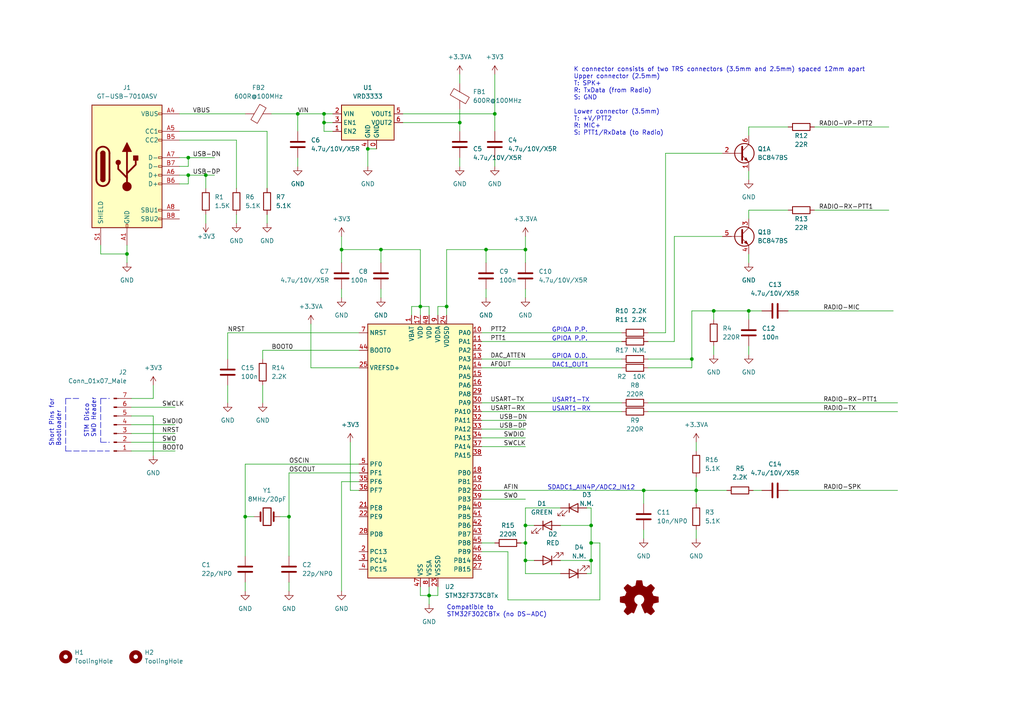
<source format=kicad_sch>
(kicad_sch (version 20231120) (generator "eeschema") (generator_version "8.0")
  (paper "A4")
  (title_block (title "All-In-One-Cable (AIOC)") (rev "1.0"))
  (lib_symbols
    (symbol "Connector:Conn_01x07_Male" (pin_names (offset 1.016) hide)
      (property "Reference" "J" (at 0 10.16 0))
      (property "Value" "Conn_01x07_Male" (at 0 -10.16 0))
      (symbol "Conn_01x07_Male_1_1"
        (pin passive line (at 5.08 7.62 180) (length 3.81) (name "Pin_1") (number "1"))
        (pin passive line (at 5.08 5.08 180) (length 3.81) (name "Pin_2") (number "2"))
        (pin passive line (at 5.08 2.54 180) (length 3.81) (name "Pin_3") (number "3"))
        (pin passive line (at 5.08 0 180) (length 3.81) (name "Pin_4") (number "4"))
        (pin passive line (at 5.08 -2.54 180) (length 3.81) (name "Pin_5") (number "5"))
        (pin passive line (at 5.08 -5.08 180) (length 3.81) (name "Pin_6") (number "6"))
        (pin passive line (at 5.08 -7.62 180) (length 3.81) (name "Pin_7") (number "7"))
      )
    )
    (symbol "Connector:USB_C_Receptacle_USB2.0" (pin_names (offset 1.016))
      (property "Reference" "J" (at -10.16 19.05 0))
      (property "Value" "USB_C_Receptacle_USB2.0" (at 19.05 19.05 0))
      (symbol "USB_C_Receptacle_USB2.0_1_1"
        (pin passive line (at 0 -22.86 90) (length 5.08) (name "GND") (number "A1"))
        (pin passive line (at 0 -22.86 90) (length 5.08) hide (name "GND") (number "A12"))
        (pin passive line (at 15.24 15.24 180) (length 5.08) (name "VBUS") (number "A4"))
        (pin bidirectional line (at 15.24 10.16 180) (length 5.08) (name "CC1") (number "A5"))
        (pin bidirectional line (at 15.24 -2.54 180) (length 5.08) (name "D+") (number "A6"))
        (pin bidirectional line (at 15.24 2.54 180) (length 5.08) (name "D-") (number "A7"))
        (pin bidirectional line (at 15.24 -12.7 180) (length 5.08) (name "SBU1") (number "A8"))
        (pin passive line (at 15.24 15.24 180) (length 5.08) hide (name "VBUS") (number "A9"))
        (pin passive line (at 0 -22.86 90) (length 5.08) hide (name "GND") (number "B1"))
        (pin passive line (at 0 -22.86 90) (length 5.08) hide (name "GND") (number "B12"))
        (pin passive line (at 15.24 15.24 180) (length 5.08) hide (name "VBUS") (number "B4"))
        (pin bidirectional line (at 15.24 7.62 180) (length 5.08) (name "CC2") (number "B5"))
        (pin bidirectional line (at 15.24 -5.08 180) (length 5.08) (name "D+") (number "B6"))
        (pin bidirectional line (at 15.24 0 180) (length 5.08) (name "D-") (number "B7"))
        (pin bidirectional line (at 15.24 -15.24 180) (length 5.08) (name "SBU2") (number "B8"))
        (pin passive line (at 15.24 15.24 180) (length 5.08) hide (name "VBUS") (number "B9"))
        (pin passive line (at -7.62 -22.86 90) (length 5.08) (name "SHIELD") (number "S1"))
      )
    )
    (symbol "DH2LM-Sym:VRD3333"
      (property "Reference" "U1" (at 0 10.16 0))
      (property "Value" "VRD3333" (at 0 7.62 0))
      (symbol "VRD3333_1_1"
        (pin power_in line (at 2.54 -7.62 90) (length 2.54) (name "GND") (number "0"))
        (pin input line (at -10.16 -2.54 0) (length 2.54) (name "EN2") (number "1"))
        (pin power_in line (at -10.16 2.54 0) (length 2.54) (name "VIN") (number "2"))
        (pin input line (at -10.16 0 0) (length 2.54) (name "EN1") (number "3"))
        (pin power_in line (at 0 -7.62 90) (length 2.54) (name "GND") (number "4"))
        (pin power_out line (at 10.16 2.54 180) (length 2.54) (name "VOUT1") (number "5"))
        (pin power_out line (at 10.16 0 180) (length 2.54) (name "VOUT2") (number "6"))
      )
    )
    (symbol "Device:C" (pin_numbers hide) (pin_names (offset 0.254))
      (property "Reference" "C" (at 0.635 2.54 0))
      (property "Value" "C" (at 0.635 -2.54 0))
      (symbol "C_1_1"
        (pin passive line (at 0 3.81 270) (length 2.794) (name "~") (number "1"))
        (pin passive line (at 0 -3.81 90) (length 2.794) (name "~") (number "2"))
      )
    )
    (symbol "Device:Crystal" (pin_numbers hide) (pin_names (offset 1.016) hide)
      (property "Reference" "Y" (at 0 3.81 0))
      (property "Value" "Crystal" (at 0 -3.81 0))
      (symbol "Crystal_1_1"
        (pin passive line (at -3.81 0 0) (length 1.27) (name "1") (number "1"))
        (pin passive line (at 3.81 0 180) (length 1.27) (name "2") (number "2"))
      )
    )
    (symbol "Device:FerriteBead" (pin_numbers hide) (pin_names (offset 0))
      (property "Reference" "FB" (at -3.81 0.635 90))
      (property "Value" "FerriteBead" (at 3.81 0 90))
      (symbol "FerriteBead_1_1"
        (pin passive line (at 0 3.81 270) (length 2.54) (name "~") (number "1"))
        (pin passive line (at 0 -3.81 90) (length 2.54) (name "~") (number "2"))
      )
    )
    (symbol "Device:LED" (pin_numbers hide) (pin_names (offset 1.016) hide)
      (property "Reference" "D" (at 0 2.54 0))
      (property "Value" "LED" (at 0 -2.54 0))
      (symbol "LED_1_1"
        (pin passive line (at -3.81 0 0) (length 2.54) (name "K") (number "1"))
        (pin passive line (at 3.81 0 180) (length 2.54) (name "A") (number "2"))
      )
    )
    (symbol "Device:Q_Dual_NPN_NPN_E1B1C2E2B2C1" (pin_names (offset 0) hide)
      (property "Reference" "Q" (at 5.08 1.27 0))
      (property "Value" "Q_Dual_NPN_NPN_E1B1C2E2B2C1" (at 5.08 -1.27 0))
      (symbol "Q_Dual_NPN_NPN_E1B1C2E2B2C1_1_1"
        (pin passive line (at 2.54 -5.08 90) (length 2.54) (name "E1") (number "1"))
        (pin input line (at -5.08 0 0) (length 2.54) (name "B1") (number "2"))
        (pin passive line (at 2.54 5.08 270) (length 2.54) (name "C1") (number "6"))
      )
      (symbol "Q_Dual_NPN_NPN_E1B1C2E2B2C1_2_1"
        (pin passive line (at 2.54 5.08 270) (length 2.54) (name "C2") (number "3"))
        (pin passive line (at 2.54 -5.08 90) (length 2.54) (name "E2") (number "4"))
        (pin input line (at -5.08 0 0) (length 2.54) (name "B2") (number "5"))
      )
    )
    (symbol "Device:R" (pin_numbers hide) (pin_names (offset 0))
      (property "Reference" "R" (at 2.032 0 90))
      (property "Value" "R" (at 0 0 90))
      (symbol "R_1_1"
        (pin passive line (at 0 3.81 270) (length 1.27) (name "~") (number "1"))
        (pin passive line (at 0 -3.81 90) (length 1.27) (name "~") (number "2"))
      )
    )
    (symbol "Graphic:Logo_Open_Hardware_Small" (pin_names (offset 1.016)))
    (symbol "MCU_ST_STM32F3:STM32F373CBTx"
      (property "Reference" "U" (at -15.24 36.83 0))
      (property "Value" "STM32F373CBTx" (at 10.16 36.83 0))
      (symbol "STM32F373CBTx_1_1"
        (pin power_in line (at -2.54 38.1 270) (length 2.54) (name "VBAT") (number "1"))
        (pin bidirectional line (at 17.78 33.02 180) (length 2.54) (name "PA0") (number "10"))
        (pin bidirectional line (at 17.78 30.48 180) (length 2.54) (name "PA1") (number "11"))
        (pin bidirectional line (at 17.78 27.94 180) (length 2.54) (name "PA2") (number "12"))
        (pin bidirectional line (at 17.78 25.4 180) (length 2.54) (name "PA3") (number "13"))
        (pin bidirectional line (at 17.78 22.86 180) (length 2.54) (name "PA4") (number "14"))
        (pin bidirectional line (at 17.78 20.32 180) (length 2.54) (name "PA5") (number "15"))
        (pin bidirectional line (at 17.78 17.78 180) (length 2.54) (name "PA6") (number "16"))
        (pin power_in line (at 0 38.1 270) (length 2.54) (name "VDD") (number "17"))
        (pin bidirectional line (at 17.78 -7.62 180) (length 2.54) (name "PB0") (number "18"))
        (pin bidirectional line (at 17.78 -10.16 180) (length 2.54) (name "PB1") (number "19"))
        (pin bidirectional line (at -17.78 -30.48 0) (length 2.54) (name "PC13") (number "2"))
        (pin bidirectional line (at 17.78 -12.7 180) (length 2.54) (name "PB2") (number "20"))
        (pin bidirectional line (at -17.78 -17.78 0) (length 2.54) (name "PE8") (number "21"))
        (pin bidirectional line (at -17.78 -20.32 0) (length 2.54) (name "PE9") (number "22"))
        (pin power_in line (at 5.08 -40.64 90) (length 2.54) (name "VSSSD") (number "23"))
        (pin power_in line (at 7.62 38.1 270) (length 2.54) (name "VDDSD") (number "24"))
        (pin power_in line (at -17.78 22.86 0) (length 2.54) (name "VREFSD+") (number "25"))
        (pin bidirectional line (at 17.78 -33.02 180) (length 2.54) (name "PB14") (number "26"))
        (pin bidirectional line (at 17.78 -35.56 180) (length 2.54) (name "PB15") (number "27"))
        (pin bidirectional line (at -17.78 -25.4 0) (length 2.54) (name "PD8") (number "28"))
        (pin bidirectional line (at 17.78 15.24 180) (length 2.54) (name "PA8") (number "29"))
        (pin bidirectional line (at -17.78 -33.02 0) (length 2.54) (name "PC14") (number "3"))
        (pin bidirectional line (at 17.78 12.7 180) (length 2.54) (name "PA9") (number "30"))
        (pin bidirectional line (at 17.78 10.16 180) (length 2.54) (name "PA10") (number "31"))
        (pin bidirectional line (at 17.78 7.62 180) (length 2.54) (name "PA11") (number "32"))
        (pin bidirectional line (at 17.78 5.08 180) (length 2.54) (name "PA12") (number "33"))
        (pin bidirectional line (at 17.78 2.54 180) (length 2.54) (name "PA13") (number "34"))
        (pin bidirectional line (at -17.78 -10.16 0) (length 2.54) (name "PF6") (number "35"))
        (pin bidirectional line (at -17.78 -12.7 0) (length 2.54) (name "PF7") (number "36"))
        (pin bidirectional line (at 17.78 0 180) (length 2.54) (name "PA14") (number "37"))
        (pin bidirectional line (at 17.78 -2.54 180) (length 2.54) (name "PA15") (number "38"))
        (pin bidirectional line (at 17.78 -15.24 180) (length 2.54) (name "PB3") (number "39"))
        (pin bidirectional line (at -17.78 -35.56 0) (length 2.54) (name "PC15") (number "4"))
        (pin bidirectional line (at 17.78 -17.78 180) (length 2.54) (name "PB4") (number "40"))
        (pin bidirectional line (at 17.78 -20.32 180) (length 2.54) (name "PB5") (number "41"))
        (pin bidirectional line (at 17.78 -22.86 180) (length 2.54) (name "PB6") (number "42"))
        (pin bidirectional line (at 17.78 -25.4 180) (length 2.54) (name "PB7") (number "43"))
        (pin input line (at -17.78 27.94 0) (length 2.54) (name "BOOT0") (number "44"))
        (pin bidirectional line (at 17.78 -27.94 180) (length 2.54) (name "PB8") (number "45"))
        (pin bidirectional line (at 17.78 -30.48 180) (length 2.54) (name "PB9") (number "46"))
        (pin power_in line (at 0 -40.64 90) (length 2.54) (name "VSS") (number "47"))
        (pin power_in line (at 2.54 38.1 270) (length 2.54) (name "VDD") (number "48"))
        (pin input line (at -17.78 -5.08 0) (length 2.54) (name "PF0") (number "5"))
        (pin input line (at -17.78 -7.62 0) (length 2.54) (name "PF1") (number "6"))
        (pin input line (at -17.78 33.02 0) (length 2.54) (name "NRST") (number "7"))
        (pin power_in line (at 2.54 -40.64 90) (length 2.54) (name "VSSA") (number "8"))
        (pin power_in line (at 5.08 38.1 270) (length 2.54) (name "VDDA") (number "9"))
      )
    )
    (symbol "Mechanical:MountingHole" (pin_names (offset 1.016))
      (property "Reference" "H" (at 0 5.08 0))
      (property "Value" "MountingHole" (at 0 3.175 0))
    )
    (symbol "power:+3.3VA" (power) (pin_names (offset 0))
      (property "Value" "+3.3VA" (at 0 3.556 0))
      (symbol "+3.3VA_1_1"
        (pin power_in line (at 0 0 90) (length 0) hide (name "+3.3VA") (number "1"))
      )
    )
    (symbol "power:+3V3" (power) (pin_names (offset 0))
      (property "Value" "+3V3" (at 0 3.556 0))
      (symbol "+3V3_1_1"
        (pin power_in line (at 0 0 90) (length 0) hide (name "+3V3") (number "1"))
      )
    )
    (symbol "power:GND" (power) (pin_names (offset 0))
      (property "Value" "GND" (at 0 -3.81 0))
      (symbol "GND_1_1"
        (pin power_in line (at 0 0 270) (length 0) hide (name "GND") (number "1"))
      )
    )
  )
  (junction (at 54.61 45.72))
  (junction (at 152.4 152.4))
  (junction (at 36.83 73.66))
  (junction (at 59.69 50.8))
  (junction (at 171.45 162.56))
  (junction (at 106.68 43.18))
  (junction (at 93.98 33.02))
  (junction (at 140.97 72.39))
  (junction (at 86.36 33.02))
  (junction (at 201.93 142.24))
  (junction (at 152.4 162.56))
  (junction (at 171.45 152.4))
  (junction (at 93.98 35.56))
  (junction (at 171.45 157.48))
  (junction (at 129.54 88.9))
  (junction (at 121.92 88.9))
  (junction (at 133.35 35.56))
  (junction (at 152.4 72.39))
  (junction (at 207.01 90.17))
  (junction (at 217.17 90.17))
  (junction (at 99.06 72.39))
  (junction (at 110.49 72.39))
  (junction (at 54.61 50.8))
  (junction (at 71.12 149.86))
  (junction (at 124.46 172.72))
  (junction (at 152.4 157.48))
  (junction (at 186.69 142.24))
  (junction (at 83.82 149.86))
  (junction (at 200.66 104.14))
  (junction (at 143.51 33.02))
  (wire (pts (xy 187.96 119.38) (xy 260.35 119.38)))
  (wire (pts (xy 93.98 38.1) (xy 93.98 35.56)))
  (wire (pts (xy 143.51 21.59) (xy 143.51 33.02)))
  (wire (pts (xy 186.69 153.67) (xy 186.69 156.21)))
  (wire (pts (xy 200.66 106.68) (xy 200.66 104.14)))
  (wire (pts (xy 121.92 72.39) (xy 110.49 72.39)))
  (wire (pts (xy 124.46 172.72) (xy 124.46 175.26)))
  (wire (pts (xy 121.92 91.44) (xy 121.92 88.9)))
  (wire (pts (xy 124.46 88.9) (xy 124.46 91.44)))
  (wire (pts (xy 139.7 129.54) (xy 152.4 129.54)))
  (wire (pts (xy 228.6 90.17) (xy 259.08 90.17)))
  (wire (pts (xy 195.58 99.06) (xy 195.58 68.58)))
  (wire (pts (xy 83.82 137.16) (xy 83.82 149.86)))
  (wire (pts (xy 171.45 147.32) (xy 170.18 147.32)))
  (wire (pts (xy 66.04 96.52) (xy 66.04 104.14)))
  (wire (pts (xy 86.36 33.02) (xy 93.98 33.02)))
  (wire (pts (xy 52.07 38.1) (xy 77.47 38.1)))
  (wire (pts (xy 99.06 68.58) (xy 99.06 72.39)))
  (wire (pts (xy 140.97 72.39) (xy 140.97 76.2)))
  (wire (pts (xy 147.32 173.99) (xy 147.32 160.02)))
  (polyline (pts (xy 22.86 115.57) (xy 19.05 115.57)) (stroke (width 0) (type dash)))
  (wire (pts (xy 77.47 62.23) (xy 77.47 64.77)))
  (wire (pts (xy 170.18 166.37) (xy 171.45 166.37)))
  (wire (pts (xy 236.22 36.83) (xy 257.81 36.83)))
  (wire (pts (xy 133.35 35.56) (xy 133.35 38.1)))
  (wire (pts (xy 162.56 166.37) (xy 152.4 166.37)))
  (wire (pts (xy 127 88.9) (xy 127 91.44)))
  (wire (pts (xy 96.52 35.56) (xy 93.98 35.56)))
  (wire (pts (xy 66.04 111.76) (xy 66.04 116.84)))
  (wire (pts (xy 152.4 72.39) (xy 152.4 76.2)))
  (wire (pts (xy 162.56 147.32) (xy 152.4 147.32)))
  (wire (pts (xy 104.14 96.52) (xy 66.04 96.52)))
  (wire (pts (xy 201.93 146.05) (xy 201.93 142.24)))
  (polyline (pts (xy 29.21 115.57) (xy 29.21 128.27)) (stroke (width 0) (type dash)))
  (wire (pts (xy 187.96 106.68) (xy 200.66 106.68)))
  (wire (pts (xy 171.45 152.4) (xy 171.45 157.48)))
  (wire (pts (xy 38.1 115.57) (xy 44.45 115.57)))
  (wire (pts (xy 93.98 33.02) (xy 96.52 33.02)))
  (polyline (pts (xy 19.05 130.81) (xy 31.75 130.81)) (stroke (width 0) (type dash)))
  (wire (pts (xy 152.4 162.56) (xy 154.94 162.56)))
  (wire (pts (xy 44.45 115.57) (xy 44.45 111.76)))
  (wire (pts (xy 38.1 128.27) (xy 50.8 128.27)))
  (wire (pts (xy 217.17 73.66) (xy 217.17 76.2)))
  (wire (pts (xy 106.68 43.18) (xy 109.22 43.18)))
  (wire (pts (xy 152.4 83.82) (xy 152.4 86.36)))
  (wire (pts (xy 71.12 149.86) (xy 73.66 149.86)))
  (wire (pts (xy 193.04 44.45) (xy 209.55 44.45)))
  (wire (pts (xy 121.92 170.18) (xy 121.92 172.72)))
  (wire (pts (xy 99.06 139.7) (xy 99.06 171.45)))
  (wire (pts (xy 217.17 100.33) (xy 217.17 102.87)))
  (wire (pts (xy 129.54 72.39) (xy 129.54 88.9)))
  (wire (pts (xy 29.21 71.12) (xy 29.21 73.66)))
  (wire (pts (xy 71.12 149.86) (xy 71.12 161.29)))
  (wire (pts (xy 77.47 38.1) (xy 77.47 54.61)))
  (wire (pts (xy 86.36 33.02) (xy 86.36 38.1)))
  (wire (pts (xy 217.17 39.37) (xy 217.17 36.83)))
  (wire (pts (xy 151.13 157.48) (xy 152.4 157.48)))
  (wire (pts (xy 54.61 45.72) (xy 62.23 45.72)))
  (wire (pts (xy 110.49 72.39) (xy 110.49 76.2)))
  (wire (pts (xy 133.35 45.72) (xy 133.35 48.26)))
  (wire (pts (xy 152.4 157.48) (xy 152.4 162.56)))
  (wire (pts (xy 139.7 127) (xy 152.4 127)))
  (wire (pts (xy 71.12 134.62) (xy 71.12 149.86)))
  (wire (pts (xy 217.17 90.17) (xy 220.98 90.17)))
  (wire (pts (xy 139.7 119.38) (xy 180.34 119.38)))
  (wire (pts (xy 171.45 166.37) (xy 171.45 162.56)))
  (wire (pts (xy 121.92 88.9) (xy 124.46 88.9)))
  (wire (pts (xy 193.04 44.45) (xy 193.04 96.52)))
  (wire (pts (xy 59.69 50.8) (xy 59.69 54.61)))
  (wire (pts (xy 76.2 111.76) (xy 76.2 116.84)))
  (wire (pts (xy 171.45 157.48) (xy 171.45 162.56)))
  (wire (pts (xy 36.83 73.66) (xy 36.83 76.2)))
  (wire (pts (xy 83.82 168.91) (xy 83.82 171.45)))
  (wire (pts (xy 44.45 120.65) (xy 44.45 132.08)))
  (wire (pts (xy 139.7 144.78) (xy 152.4 144.78)))
  (wire (pts (xy 236.22 60.96) (xy 257.81 60.96)))
  (wire (pts (xy 228.6 142.24) (xy 260.35 142.24)))
  (wire (pts (xy 99.06 83.82) (xy 99.06 86.36)))
  (wire (pts (xy 119.38 88.9) (xy 121.92 88.9)))
  (wire (pts (xy 195.58 68.58) (xy 209.55 68.58)))
  (wire (pts (xy 96.52 38.1) (xy 93.98 38.1)))
  (wire (pts (xy 187.96 116.84) (xy 260.35 116.84)))
  (polyline (pts (xy 29.21 128.27) (xy 31.75 128.27)) (stroke (width 0) (type dash)))
  (wire (pts (xy 38.1 125.73) (xy 50.8 125.73)))
  (wire (pts (xy 152.4 166.37) (xy 152.4 162.56)))
  (wire (pts (xy 173.99 157.48) (xy 173.99 173.99)))
  (wire (pts (xy 119.38 91.44) (xy 119.38 88.9)))
  (wire (pts (xy 52.07 50.8) (xy 54.61 50.8)))
  (wire (pts (xy 173.99 173.99) (xy 147.32 173.99)))
  (wire (pts (xy 76.2 101.6) (xy 76.2 104.14)))
  (wire (pts (xy 207.01 92.71) (xy 207.01 90.17)))
  (wire (pts (xy 38.1 118.11) (xy 50.8 118.11)))
  (wire (pts (xy 217.17 36.83) (xy 228.6 36.83)))
  (wire (pts (xy 143.51 45.72) (xy 143.51 48.26)))
  (wire (pts (xy 124.46 170.18) (xy 124.46 172.72)))
  (wire (pts (xy 139.7 99.06) (xy 180.34 99.06)))
  (wire (pts (xy 52.07 48.26) (xy 54.61 48.26)))
  (wire (pts (xy 143.51 33.02) (xy 143.51 38.1)))
  (wire (pts (xy 52.07 53.34) (xy 54.61 53.34)))
  (wire (pts (xy 68.58 40.64) (xy 68.58 54.61)))
  (wire (pts (xy 104.14 139.7) (xy 99.06 139.7)))
  (wire (pts (xy 217.17 90.17) (xy 217.17 92.71)))
  (wire (pts (xy 81.28 149.86) (xy 83.82 149.86)))
  (wire (pts (xy 116.84 33.02) (xy 143.51 33.02)))
  (wire (pts (xy 171.45 152.4) (xy 171.45 147.32)))
  (wire (pts (xy 133.35 21.59) (xy 133.35 24.13)))
  (wire (pts (xy 200.66 90.17) (xy 207.01 90.17)))
  (wire (pts (xy 186.69 146.05) (xy 186.69 142.24)))
  (wire (pts (xy 207.01 100.33) (xy 207.01 102.87)))
  (wire (pts (xy 127 170.18) (xy 127 172.72)))
  (wire (pts (xy 29.21 73.66) (xy 36.83 73.66)))
  (wire (pts (xy 139.7 116.84) (xy 180.34 116.84)))
  (wire (pts (xy 217.17 60.96) (xy 228.6 60.96)))
  (wire (pts (xy 162.56 152.4) (xy 171.45 152.4)))
  (wire (pts (xy 101.6 128.27) (xy 101.6 142.24)))
  (wire (pts (xy 104.14 101.6) (xy 76.2 101.6)))
  (wire (pts (xy 201.93 128.27) (xy 201.93 130.81)))
  (wire (pts (xy 110.49 83.82) (xy 110.49 86.36)))
  (wire (pts (xy 52.07 33.02) (xy 71.12 33.02)))
  (wire (pts (xy 129.54 72.39) (xy 140.97 72.39)))
  (wire (pts (xy 201.93 142.24) (xy 210.82 142.24)))
  (wire (pts (xy 217.17 49.53) (xy 217.17 52.07)))
  (wire (pts (xy 187.96 104.14) (xy 200.66 104.14)))
  (wire (pts (xy 200.66 104.14) (xy 200.66 90.17)))
  (wire (pts (xy 83.82 137.16) (xy 104.14 137.16)))
  (wire (pts (xy 201.93 138.43) (xy 201.93 142.24)))
  (wire (pts (xy 139.7 96.52) (xy 180.34 96.52)))
  (wire (pts (xy 218.44 142.24) (xy 220.98 142.24)))
  (wire (pts (xy 106.68 43.18) (xy 106.68 48.26)))
  (wire (pts (xy 83.82 149.86) (xy 83.82 161.29)))
  (wire (pts (xy 116.84 35.56) (xy 133.35 35.56)))
  (wire (pts (xy 171.45 157.48) (xy 173.99 157.48)))
  (wire (pts (xy 152.4 152.4) (xy 152.4 157.48)))
  (wire (pts (xy 201.93 153.67) (xy 201.93 156.21)))
  (wire (pts (xy 44.45 120.65) (xy 38.1 120.65)))
  (wire (pts (xy 104.14 142.24) (xy 101.6 142.24)))
  (wire (pts (xy 71.12 168.91) (xy 71.12 171.45)))
  (wire (pts (xy 52.07 45.72) (xy 54.61 45.72)))
  (wire (pts (xy 68.58 62.23) (xy 68.58 64.77)))
  (wire (pts (xy 90.17 106.68) (xy 104.14 106.68)))
  (wire (pts (xy 129.54 88.9) (xy 127 88.9)))
  (polyline (pts (xy 19.05 115.57) (xy 19.05 130.81)) (stroke (width 0) (type dash)))
  (wire (pts (xy 127 172.72) (xy 124.46 172.72)))
  (polyline (pts (xy 29.21 115.57) (xy 31.75 115.57)) (stroke (width 0) (type dash)))
  (wire (pts (xy 154.94 152.4) (xy 152.4 152.4)))
  (wire (pts (xy 121.92 72.39) (xy 121.92 88.9)))
  (wire (pts (xy 139.7 104.14) (xy 180.34 104.14)))
  (wire (pts (xy 54.61 50.8) (xy 54.61 53.34)))
  (wire (pts (xy 139.7 121.92) (xy 152.4 121.92)))
  (wire (pts (xy 59.69 50.8) (xy 62.23 50.8)))
  (wire (pts (xy 52.07 40.64) (xy 68.58 40.64)))
  (wire (pts (xy 139.7 157.48) (xy 143.51 157.48)))
  (wire (pts (xy 140.97 83.82) (xy 140.97 86.36)))
  (wire (pts (xy 54.61 45.72) (xy 54.61 48.26)))
  (wire (pts (xy 162.56 162.56) (xy 171.45 162.56)))
  (wire (pts (xy 147.32 160.02) (xy 139.7 160.02)))
  (wire (pts (xy 139.7 106.68) (xy 180.34 106.68)))
  (wire (pts (xy 129.54 91.44) (xy 129.54 88.9)))
  (wire (pts (xy 124.46 172.72) (xy 121.92 172.72)))
  (wire (pts (xy 86.36 45.72) (xy 86.36 48.26)))
  (wire (pts (xy 140.97 72.39) (xy 152.4 72.39)))
  (wire (pts (xy 99.06 72.39) (xy 99.06 76.2)))
  (wire (pts (xy 54.61 50.8) (xy 59.69 50.8)))
  (wire (pts (xy 59.69 62.23) (xy 59.69 64.77)))
  (wire (pts (xy 217.17 63.5) (xy 217.17 60.96)))
  (wire (pts (xy 110.49 72.39) (xy 99.06 72.39)))
  (wire (pts (xy 36.83 71.12) (xy 36.83 73.66)))
  (wire (pts (xy 71.12 134.62) (xy 104.14 134.62)))
  (wire (pts (xy 186.69 142.24) (xy 201.93 142.24)))
  (wire (pts (xy 139.7 142.24) (xy 186.69 142.24)))
  (wire (pts (xy 38.1 130.81) (xy 50.8 130.81)))
  (wire (pts (xy 152.4 147.32) (xy 152.4 152.4)))
  (wire (pts (xy 133.35 31.75) (xy 133.35 35.56)))
  (wire (pts (xy 139.7 124.46) (xy 152.4 124.46)))
  (wire (pts (xy 207.01 90.17) (xy 217.17 90.17)))
  (wire (pts (xy 93.98 33.02) (xy 93.98 35.56)))
  (wire (pts (xy 187.96 96.52) (xy 193.04 96.52)))
  (wire (pts (xy 78.74 33.02) (xy 86.36 33.02)))
  (wire (pts (xy 187.96 99.06) (xy 195.58 99.06)))
  (wire (pts (xy 152.4 68.58) (xy 152.4 72.39)))
  (wire (pts (xy 38.1 123.19) (xy 50.8 123.19)))
  (wire (pts (xy 90.17 93.98) (xy 90.17 106.68)))
  (text "STM Disco\nSWD Header" (at 27.94 127 90) (effects (font (size 1.27 1.27)) (justify left bottom)))
  (text "Short Pins for\nBootloader" (at 17.78 129.54 90) (effects (font (size 1.27 1.27)) (justify left bottom)))
  (text "SDADC1_AIN4P/ADC2_IN12" (at 158.75 142.24 0) (effects (font (size 1.27 1.27)) (justify left bottom)))
  (text "USART1-TX" (at 160.02 116.84 0) (effects (font (size 1.27 1.27)) (justify left bottom)))
  (text "K connector consists of two TRS connectors (3.5mm and 2.5mm) spaced 12mm apart\nUpper connector (2.5mm)\nT: SPK+\nR: TxData (from Radio)\nS: GND\n\nLower connector (3.5mm)\nT: +V/PTT2\nR: MIC+\nS: PTT1/RxData (to Radio)\n" (at 166.37 39.37 0) (effects (font (size 1.27 1.27)) (justify left bottom)))
  (text "GPIOA P.P." (at 160.02 99.06 0) (effects (font (size 1.27 1.27)) (justify left bottom)))
  (text "DAC1_OUT1" (at 160.02 106.68 0) (effects (font (size 1.27 1.27)) (justify left bottom)))
  (text "GPIOA O.D." (at 160.02 104.14 0) (effects (font (size 1.27 1.27)) (justify left bottom)))
  (text "Compatible to \nSTM32F302CBTx (no DS-ADC)" (at 129.54 179.07 0) (effects (font (size 1.27 1.27)) (justify left bottom)))
  (text "USART1-RX" (at 160.02 119.38 0) (effects (font (size 1.27 1.27)) (justify left bottom)))
  (text "GPIOA P.P." (at 160.02 96.52 0) (effects (font (size 1.27 1.27)) (justify left bottom)))
  (label "OSCIN" (at 83.82 134.62 0))
  (label "RADIO-VP-PTT2" (at 237.49 36.83 0))
  (label "AFIN" (at 146.05 142.24 0))
  (label "VBUS" (at 55.88 33.02 0))
  (label "NRST" (at 66.04 96.52 0))
  (label "PTT2" (at 142.24 96.52 0))
  (label "SWO" (at 46.99 128.27 0))
  (label "SWO" (at 146.05 144.78 0))
  (label "SWDIO" (at 146.05 127 0))
  (label "USB-DN" (at 55.88 45.72 0))
  (label "OSCOUT" (at 83.82 137.16 0))
  (label "USB-DP" (at 55.88 50.8 0))
  (label "BOOT0" (at 78.74 101.6 0))
  (label "USART-RX" (at 142.24 119.38 0))
  (label "SWDIO" (at 46.99 123.19 0))
  (label "USB-DP" (at 144.78 124.46 0))
  (label "VIN" (at 86.36 33.02 0))
  (label "PTT1" (at 142.24 99.06 0))
  (label "AFOUT" (at 142.24 106.68 0))
  (label "SWCLK" (at 46.99 118.11 0))
  (label "RADIO-RX-PTT1" (at 238.76 116.84 0))
  (label "RADIO-MIC" (at 238.76 90.17 0))
  (label "RADIO-RX-PTT1" (at 237.49 60.96 0))
  (label "USART-TX" (at 142.24 116.84 0))
  (label "SWCLK" (at 146.05 129.54 0))
  (label "BOOT0" (at 46.99 130.81 0))
  (label "NRST" (at 46.99 125.73 0))
  (label "RADIO-SPK" (at 238.76 142.24 0))
  (label "DAC_ATTEN" (at 142.24 104.14 0))
  (label "USB-DN" (at 144.78 121.92 0))
  (label "RADIO-TX" (at 238.76 119.38 0))
  (symbol (lib_id "Device:R") (at 184.15 116.84 270) (unit 1)
    (property "Reference" "R8" (at 184.15 111.76 90))
    (property "Value" "220R" (at 184.15 114.3 90))
    (property "Footprint" "Resistor_SMD:R_0603_1608Metric" (effects (hide yes)))
    (property "LCSC" "C22962" (effects (hide yes)))
  )
  (symbol (lib_id "power:+3V3") (at 59.69 64.77 180) (unit 1)
    (property "Reference" "#PWR07" (effects (hide yes)))
    (property "Value" "+3V3" (at 57.15 68.58 0) (effects (justify right)))
  )
  (symbol (lib_id "Mechanical:MountingHole") (at 19.05 190.5 0) (unit 1) (in_bom no)
    (property "Reference" "H1" (at 21.59 189.2299 0) (effects (justify left)))
    (property "Value" "ToolingHole" (at 21.59 191.7699 0) (effects (justify left)))
    (property "Footprint" "AIOC:TOOLING-HOLE" (effects (hide yes)))
  )
  (symbol (lib_id "power:GND") (at 99.06 86.36 0) (mirror y) (unit 1)
    (property "Reference" "#PWR0115" (effects (hide yes)))
    (property "Value" "GND" (at 99.06 91.44 0))
  )
  (symbol (lib_id "DH2LM-Sym:VRD3333") (at 106.68 35.56 0) (unit 1)
    (property "Reference" "U1" (at 106.68 25.4 0))
    (property "Value" "VRD3333" (at 106.68 27.94 0))
    (property "Footprint" "DH2LM-FP:LLP-6 (2x1.8)" (effects (hide yes)))
    (property "Datasheet" "http://ww1.microchip.com/downloads/en/DeviceDoc/mic5330.pdf" (effects (hide yes)))
    (property "LCSC" "C144168" (effects (hide yes)))
  )
  (symbol (lib_id "power:+3.3VA") (at 133.35 21.59 0) (unit 1)
    (property "Reference" "#PWR0109" (effects (hide yes)))
    (property "Value" "+3.3VA" (at 133.35 16.51 0))
  )
  (symbol (lib_id "Device:R") (at 214.63 142.24 90) (unit 1)
    (property "Reference" "R5" (at 214.63 135.89 90))
    (property "Value" "2.2K" (at 214.63 138.43 90))
    (property "Footprint" "Resistor_SMD:R_0603_1608Metric" (effects (hide yes)))
    (property "LCSC" "C4190" (effects (hide yes)))
  )
  (symbol (lib_id "Graphic:Logo_Open_Hardware_Small") (at 185.42 173.99 0) (unit 1)
    (property "Reference" "#LOGO1" (effects (hide yes)))
    (property "Value" "Logo_Open_Hardware_Small" (effects (hide yes)))
  )
  (symbol (lib_id "power:+3V3") (at 143.51 21.59 0) (unit 1)
    (property "Reference" "#PWR0108" (effects (hide yes)))
    (property "Value" "+3V3" (at 143.51 16.51 0))
  )
  (symbol (lib_id "Device:R") (at 184.15 104.14 270) (unit 1)
    (property "Reference" "R17" (at 180.34 101.6 90))
    (property "Value" "N.M." (at 185.42 101.6 90))
    (property "Footprint" "Resistor_SMD:R_0603_1608Metric" (effects (hide yes)))
  )
  (symbol (lib_id "Device:R") (at 147.32 157.48 270) (unit 1)
    (property "Reference" "R15" (at 147.32 152.4 90))
    (property "Value" "220R" (at 147.32 154.94 90))
    (property "Footprint" "Resistor_SMD:R_0603_1608Metric" (effects (hide yes)))
    (property "LCSC" "C22962" (effects (hide yes)))
  )
  (symbol (lib_id "Device:Q_Dual_NPN_NPN_E1B1C2E2B2C1") (at 214.63 68.58 0) (unit 2)
    (property "Reference" "Q1" (at 219.71 67.3099 0) (effects (justify left)))
    (property "Value" "BC847BS" (at 219.71 69.8499 0) (effects (justify left)))
    (property "Footprint" "Package_TO_SOT_SMD:SOT-363_SC-70-6" (effects (hide yes)))
    (property "LCSC" "C8653" (effects (hide yes)))
  )
  (symbol (lib_id "power:GND") (at 36.83 76.2 0) (unit 1)
    (property "Reference" "#PWR0101" (effects (hide yes)))
    (property "Value" "GND" (at 36.83 81.28 0))
  )
  (symbol (lib_id "power:GND") (at 66.04 116.84 0) (mirror y) (unit 1)
    (property "Reference" "#PWR0121" (effects (hide yes)))
    (property "Value" "GND" (at 66.04 121.92 0))
  )
  (symbol (lib_id "Device:LED") (at 166.37 147.32 0) (unit 1)
    (property "Reference" "D3" (at 170.18 143.51 0))
    (property "Value" "N.M." (at 170.18 146.05 0))
    (property "Footprint" "LED_SMD:LED_0603_1608Metric" (effects (hide yes)))
  )
  (symbol (lib_id "Device:R") (at 68.58 58.42 180) (unit 1)
    (property "Reference" "R6" (at 71.12 57.1499 0) (effects (justify right)))
    (property "Value" "5.1K" (at 71.12 59.6899 0) (effects (justify right)))
    (property "Footprint" "Resistor_SMD:R_0603_1608Metric" (effects (hide yes)))
    (property "LCSC" "C23186" (effects (hide yes)))
  )
  (symbol (lib_id "MCU_ST_STM32F3:STM32F373CBTx") (at 121.92 129.54 0) (unit 1)
    (property "Reference" "U2" (at 129.0194 170.18 0) (effects (justify left)))
    (property "Value" "STM32F373CBTx" (at 129.0194 172.72 0) (effects (justify left)))
    (property "Footprint" "Package_QFP:LQFP-48_7x7mm_P0.5mm" (effects (hide yes)))
    (property "Datasheet" "http://www.st.com/st-web-ui/static/active/en/resource/technical/document/datasheet/DM00046749.pdf" (effects (hide yes)))
    (property "LCSC" "C94046" (effects (hide yes)))
  )
  (symbol (lib_id "Device:C") (at 217.17 96.52 0) (unit 1)
    (property "Reference" "C12" (at 220.98 95.2499 0) (effects (justify left)))
    (property "Value" "100n" (at 220.98 97.7899 0) (effects (justify left)))
    (property "Footprint" "Capacitor_SMD:C_0603_1608Metric" (effects (hide yes)))
    (property "LCSC" "C14663" (effects (hide yes)))
  )
  (symbol (lib_id "Device:FerriteBead") (at 133.35 27.94 0) (unit 1)
    (property "Reference" "FB1" (at 137.16 26.6191 0) (effects (justify left)))
    (property "Value" "600R@100MHz" (at 137.16 29.1591 0) (effects (justify left)))
    (property "Footprint" "Inductor_SMD:L_0603_1608Metric" (effects (hide yes)))
    (property "LCSC" "C1002" (effects (hide yes)))
  )
  (symbol (lib_id "Device:LED") (at 158.75 152.4 0) (unit 1)
    (property "Reference" "D1" (at 157.1625 146.05 0))
    (property "Value" "GREEN" (at 157.1625 148.59 0))
    (property "Footprint" "LED_SMD:LED_0603_1608Metric" (effects (hide yes)))
    (property "LCSC" "C72043" (effects (hide yes)))
  )
  (symbol (lib_id "power:+3V3") (at 99.06 68.58 0) (unit 1)
    (property "Reference" "#PWR0113" (effects (hide yes)))
    (property "Value" "+3V3" (at 99.06 63.5 0))
  )
  (symbol (lib_id "power:+3.3VA") (at 152.4 68.58 0) (unit 1)
    (property "Reference" "#PWR0112" (effects (hide yes)))
    (property "Value" "+3.3VA" (at 152.4 63.5 0))
  )
  (symbol (lib_id "Device:C") (at 71.12 165.1 0) (unit 1)
    (property "Reference" "C1" (at 58.42 163.83 0) (effects (justify left)))
    (property "Value" "22p/NP0" (at 58.42 166.37 0) (effects (justify left)))
    (property "Footprint" "Capacitor_SMD:C_0603_1608Metric" (effects (hide yes)))
    (property "LCSC" "C1653" (effects (hide yes)))
  )
  (symbol (lib_id "power:GND") (at 217.17 52.07 0) (unit 1)
    (property "Reference" "#PWR05" (effects (hide yes)))
    (property "Value" "GND" (at 217.17 57.15 0))
  )
  (symbol (lib_id "Device:C") (at 224.79 90.17 90) (unit 1)
    (property "Reference" "C13" (at 224.79 82.55 90))
    (property "Value" "4.7u/10V/X5R" (at 224.79 85.09 90))
    (property "Footprint" "Capacitor_SMD:C_0603_1608Metric" (effects (hide yes)))
    (property "LCSC" "C19666" (effects (hide yes)))
  )
  (symbol (lib_id "Device:FerriteBead") (at 74.93 33.02 270) (unit 1)
    (property "Reference" "FB2" (at 74.9808 25.4 90))
    (property "Value" "600R@100MHz" (at 74.9808 27.94 90))
    (property "Footprint" "Inductor_SMD:L_0603_1608Metric" (effects (hide yes)))
    (property "LCSC" "C1002" (effects (hide yes)))
  )
  (symbol (lib_id "power:GND") (at 77.47 64.77 0) (unit 1)
    (property "Reference" "#PWR0120" (effects (hide yes)))
    (property "Value" "GND" (at 77.47 69.85 0))
  )
  (symbol (lib_id "Device:R") (at 232.41 36.83 270) (unit 1)
    (property "Reference" "R12" (at 232.41 39.37 90))
    (property "Value" "22R" (at 232.41 41.91 90))
    (property "Footprint" "Resistor_SMD:R_0603_1608Metric" (effects (hide yes)))
    (property "LCSC" "C23345" (effects (hide yes)))
  )
  (symbol (lib_id "power:+3.3VA") (at 201.93 128.27 0) (unit 1)
    (property "Reference" "#PWR08" (effects (hide yes)))
    (property "Value" "+3.3VA" (at 201.93 123.19 0))
  )
  (symbol (lib_id "Device:Q_Dual_NPN_NPN_E1B1C2E2B2C1") (at 214.63 44.45 0) (unit 1)
    (property "Reference" "Q1" (at 219.71 43.1799 0) (effects (justify left)))
    (property "Value" "BC847BS" (at 219.71 45.7199 0) (effects (justify left)))
    (property "Footprint" "Package_TO_SOT_SMD:SOT-363_SC-70-6" (effects (hide yes)))
    (property "LCSC" "C8653" (effects (hide yes)))
  )
  (symbol (lib_id "power:GND") (at 124.46 175.26 0) (unit 1)
    (property "Reference" "#PWR0102" (effects (hide yes)))
    (property "Value" "GND" (at 124.46 180.34 0))
  )
  (symbol (lib_id "power:GND") (at 44.45 132.08 0) (mirror y) (unit 1)
    (property "Reference" "#PWR0124" (effects (hide yes)))
    (property "Value" "GND" (at 44.45 137.16 0))
  )
  (symbol (lib_id "power:+3V3") (at 101.6 128.27 0) (unit 1)
    (property "Reference" "#PWR0125" (effects (hide yes)))
    (property "Value" "+3V3" (at 101.6 123.19 0))
  )
  (symbol (lib_id "Device:Crystal") (at 77.47 149.86 0) (unit 1)
    (property "Reference" "Y1" (at 77.47 142.24 0))
    (property "Value" "8MHz/20pF" (at 77.47 144.78 0))
    (property "Footprint" "AIOC:Crystal_SMD_5032-2Pin_5.0x3.2mm" (effects (hide yes)))
    (property "LCSC" "C115962" (effects (hide yes)))
  )
  (symbol (lib_id "Device:R") (at 59.69 58.42 180) (unit 1)
    (property "Reference" "R1" (at 62.23 57.1499 0) (effects (justify right)))
    (property "Value" "1.5K" (at 62.23 59.6899 0) (effects (justify right)))
    (property "Footprint" "Resistor_SMD:R_0603_1608Metric" (effects (hide yes)))
    (property "LCSC" "C22843" (effects (hide yes)))
  )
  (symbol (lib_id "Device:C") (at 224.79 142.24 90) (unit 1)
    (property "Reference" "C14" (at 224.79 134.62 90))
    (property "Value" "4.7u/10V/X5R" (at 224.79 137.16 90))
    (property "Footprint" "Capacitor_SMD:C_0603_1608Metric" (effects (hide yes)))
    (property "LCSC" "C19666" (effects (hide yes)))
  )
  (symbol (lib_id "power:+3.3VA") (at 90.17 93.98 0) (unit 1)
    (property "Reference" "#PWR0116" (effects (hide yes)))
    (property "Value" "+3.3VA" (at 90.17 88.9 0))
  )
  (symbol (lib_id "Device:C") (at 152.4 80.01 0) (unit 1)
    (property "Reference" "C10" (at 156.21 78.7399 0) (effects (justify left)))
    (property "Value" "4.7u/10V/X5R" (at 156.21 81.2799 0) (effects (justify left)))
    (property "Footprint" "Capacitor_SMD:C_0603_1608Metric" (effects (hide yes)))
    (property "LCSC" "C19666" (effects (hide yes)))
  )
  (symbol (lib_id "power:GND") (at 217.17 102.87 0) (unit 1)
    (property "Reference" "#PWR04" (effects (hide yes)))
    (property "Value" "GND" (at 217.17 107.95 0))
  )
  (symbol (lib_id "Device:R") (at 184.15 119.38 270) (unit 1)
    (property "Reference" "R9" (at 184.15 121.92 90))
    (property "Value" "220R" (at 184.15 124.46 90))
    (property "Footprint" "Resistor_SMD:R_0603_1608Metric" (effects (hide yes)))
    (property "LCSC" "C22962" (effects (hide yes)))
  )
  (symbol (lib_id "Device:C") (at 186.69 149.86 0) (unit 1)
    (property "Reference" "C11" (at 190.5 148.59 0) (effects (justify left)))
    (property "Value" "10n/NP0" (at 190.5 151.1299 0) (effects (justify left)))
    (property "Footprint" "Capacitor_SMD:C_0603_1608Metric" (effects (hide yes)))
    (property "LCSC" "C57112" (effects (hide yes)))
  )
  (symbol (lib_id "power:GND") (at 110.49 86.36 0) (mirror y) (unit 1)
    (property "Reference" "#PWR0114" (effects (hide yes)))
    (property "Value" "GND" (at 110.49 91.44 0))
  )
  (symbol (lib_id "power:GND") (at 133.35 48.26 0) (unit 1)
    (property "Reference" "#PWR0126" (effects (hide yes)))
    (property "Value" "GND" (at 133.35 53.34 0))
  )
  (symbol (lib_id "Device:R") (at 77.47 58.42 180) (unit 1)
    (property "Reference" "R7" (at 80.01 57.1499 0) (effects (justify right)))
    (property "Value" "5.1K" (at 80.01 59.6899 0) (effects (justify right)))
    (property "Footprint" "Resistor_SMD:R_0603_1608Metric" (effects (hide yes)))
    (property "LCSC" "C23186" (effects (hide yes)))
  )
  (symbol (lib_id "power:+3V3") (at 44.45 111.76 0) (unit 1)
    (property "Reference" "#PWR0110" (effects (hide yes)))
    (property "Value" "+3V3" (at 44.45 106.68 0))
  )
  (symbol (lib_id "Device:R") (at 184.15 99.06 90) (unit 1)
    (property "Reference" "R11" (at 180.34 92.71 90))
    (property "Value" "2.2K" (at 185.42 92.71 90))
    (property "Footprint" "Resistor_SMD:R_0603_1608Metric" (effects (hide yes)))
    (property "LCSC" "C4190" (effects (hide yes)))
  )
  (symbol (lib_id "power:GND") (at 143.51 48.26 0) (unit 1)
    (property "Reference" "#PWR0106" (effects (hide yes)))
    (property "Value" "GND" (at 143.51 53.34 0))
  )
  (symbol (lib_id "Device:R") (at 184.15 96.52 90) (unit 1)
    (property "Reference" "R10" (at 180.34 90.17 90))
    (property "Value" "2.2K" (at 185.42 90.17 90))
    (property "Footprint" "Resistor_SMD:R_0603_1608Metric" (effects (hide yes)))
    (property "LCSC" "C4190" (effects (hide yes)))
  )
  (symbol (lib_id "power:GND") (at 152.4 86.36 0) (unit 1)
    (property "Reference" "#PWR0117" (effects (hide yes)))
    (property "Value" "GND" (at 152.4 91.44 0))
  )
  (symbol (lib_id "power:GND") (at 140.97 86.36 0) (unit 1)
    (property "Reference" "#PWR0118" (effects (hide yes)))
    (property "Value" "GND" (at 140.97 91.44 0))
  )
  (symbol (lib_id "power:GND") (at 207.01 102.87 0) (unit 1)
    (property "Reference" "#PWR03" (effects (hide yes)))
    (property "Value" "GND" (at 207.01 107.95 0))
  )
  (symbol (lib_id "Device:R") (at 184.15 106.68 270) (unit 1)
    (property "Reference" "R2" (at 180.34 109.22 90))
    (property "Value" "10K" (at 185.42 109.22 90))
    (property "Footprint" "Resistor_SMD:R_0603_1608Metric" (effects (hide yes)))
    (property "LCSC" "C25804" (effects (hide yes)))
  )
  (symbol (lib_id "Device:R") (at 201.93 134.62 0) (unit 1)
    (property "Reference" "R16" (at 204.47 133.3499 0) (effects (justify left)))
    (property "Value" "5.1K" (at 204.47 135.8899 0) (effects (justify left)))
    (property "Footprint" "Resistor_SMD:R_0603_1608Metric" (effects (hide yes)))
    (property "LCSC" "C23186" (effects (hide yes)))
  )
  (symbol (lib_id "Device:R") (at 201.93 149.86 180) (unit 1)
    (property "Reference" "R3" (at 204.47 148.5899 0) (effects (justify right)))
    (property "Value" "5.1K" (at 204.47 151.1299 0) (effects (justify right)))
    (property "Footprint" "Resistor_SMD:R_0603_1608Metric" (effects (hide yes)))
    (property "LCSC" "C23186" (effects (hide yes)))
  )
  (symbol (lib_id "power:GND") (at 217.17 76.2 0) (unit 1)
    (property "Reference" "#PWR06" (effects (hide yes)))
    (property "Value" "GND" (at 217.17 81.28 0))
  )
  (symbol (lib_id "Device:R") (at 76.2 107.95 180) (unit 1)
    (property "Reference" "R14" (at 78.74 106.6799 0) (effects (justify right)))
    (property "Value" "2.2K" (at 78.74 109.2199 0) (effects (justify right)))
    (property "Footprint" "Resistor_SMD:R_0603_1608Metric" (effects (hide yes)))
    (property "LCSC" "C4190" (effects (hide yes)))
  )
  (symbol (lib_id "Device:C") (at 99.06 80.01 0) (unit 1)
    (property "Reference" "C7" (at 92.71 78.74 0) (effects (justify left)))
    (property "Value" "4.7u/10V/X5R" (at 81.28 81.28 0) (effects (justify left)))
    (property "Footprint" "Capacitor_SMD:C_0603_1608Metric" (effects (hide yes)))
    (property "LCSC" "C19666" (effects (hide yes)))
  )
  (symbol (lib_id "Device:LED") (at 166.37 166.37 180) (unit 1)
    (property "Reference" "D4" (at 167.9575 158.75 0))
    (property "Value" "N.M." (at 167.9575 161.29 0))
    (property "Footprint" "LED_SMD:LED_0603_1608Metric" (effects (hide yes)))
  )
  (symbol (lib_id "Device:LED") (at 158.75 162.56 180) (unit 1)
    (property "Reference" "D2" (at 160.3375 154.94 0))
    (property "Value" "RED" (at 160.3375 157.48 0))
    (property "Footprint" "LED_SMD:LED_0603_1608Metric" (effects (hide yes)))
    (property "LCSC" "C2286" (effects (hide yes)))
  )
  (symbol (lib_id "Device:R") (at 232.41 60.96 270) (unit 1)
    (property "Reference" "R13" (at 232.41 63.5 90))
    (property "Value" "22R" (at 232.41 66.04 90))
    (property "Footprint" "Resistor_SMD:R_0603_1608Metric" (effects (hide yes)))
    (property "LCSC" "C23345" (effects (hide yes)))
  )
  (symbol (lib_id "Mechanical:MountingHole") (at 39.37 190.5 0) (unit 1) (in_bom no)
    (property "Reference" "H2" (at 41.91 189.2299 0) (effects (justify left)))
    (property "Value" "ToolingHole" (at 41.91 191.7699 0) (effects (justify left)))
    (property "Footprint" "AIOC:TOOLING-HOLE" (effects (hide yes)))
  )
  (symbol (lib_id "power:GND") (at 99.06 171.45 0) (unit 1)
    (property "Reference" "#PWR0122" (effects (hide yes)))
    (property "Value" "GND" (at 99.06 176.53 0))
  )
  (symbol (lib_id "Device:C") (at 83.82 165.1 0) (unit 1)
    (property "Reference" "C2" (at 87.63 163.8299 0) (effects (justify left)))
    (property "Value" "22p/NP0" (at 87.63 166.3699 0) (effects (justify left)))
    (property "Footprint" "Capacitor_SMD:C_0603_1608Metric" (effects (hide yes)))
    (property "LCSC" "C1653" (effects (hide yes)))
  )
  (symbol (lib_id "Connector:USB_C_Receptacle_USB2.0") (at 36.83 48.26 0) (unit 1)
    (property "Reference" "J1" (at 36.83 25.4 0))
    (property "Value" "GT-USB-7010ASV" (at 36.83 27.94 0))
    (property "Footprint" "Connector_USB:USB_C_Receptacle_G-Switch_GT-USB-7010ASV" (effects (hide yes)))
    (property "Datasheet" "https://www.usb.org/sites/default/files/documents/usb_type-c.zip" (effects (hide yes)))
    (property "LCSC" "C464604" (effects (hide yes)))
  )
  (symbol (lib_id "power:GND") (at 76.2 116.84 0) (mirror y) (unit 1)
    (property "Reference" "#PWR0123" (effects (hide yes)))
    (property "Value" "GND" (at 76.2 121.92 0))
  )
  (symbol (lib_id "power:GND") (at 86.36 48.26 0) (unit 1)
    (property "Reference" "#PWR0111" (effects (hide yes)))
    (property "Value" "GND" (at 86.36 53.34 0))
  )
  (symbol (lib_id "power:GND") (at 71.12 171.45 0) (unit 1)
    (property "Reference" "#PWR0103" (effects (hide yes)))
    (property "Value" "GND" (at 71.12 176.53 0))
  )
  (symbol (lib_id "Device:C") (at 66.04 107.95 0) (unit 1)
    (property "Reference" "C15" (at 69.85 106.6799 0) (effects (justify left)))
    (property "Value" "100n" (at 69.85 109.2199 0) (effects (justify left)))
    (property "Footprint" "Capacitor_SMD:C_0603_1608Metric" (effects (hide yes)))
    (property "LCSC" "C14663" (effects (hide yes)))
  )
  (symbol (lib_id "power:GND") (at 106.68 48.26 0) (unit 1)
    (property "Reference" "#PWR0107" (effects (hide yes)))
    (property "Value" "GND" (at 106.68 53.34 0))
  )
  (symbol (lib_id "power:GND") (at 83.82 171.45 0) (unit 1)
    (property "Reference" "#PWR0104" (effects (hide yes)))
    (property "Value" "GND" (at 83.82 176.53 0))
  )
  (symbol (lib_id "power:GND") (at 186.69 156.21 0) (unit 1)
    (property "Reference" "#PWR01" (effects (hide yes)))
    (property "Value" "GND" (at 186.69 161.29 0))
  )
  (symbol (lib_id "Device:C") (at 133.35 41.91 0) (unit 1)
    (property "Reference" "C5" (at 137.16 43.18 0) (effects (justify left)))
    (property "Value" "4.7u/10V/X5R" (at 137.16 45.72 0) (effects (justify left)))
    (property "Footprint" "Capacitor_SMD:C_0603_1608Metric" (effects (hide yes)))
    (property "LCSC" "C19666" (effects (hide yes)))
  )
  (symbol (lib_id "Device:C") (at 86.36 41.91 0) (unit 1)
    (property "Reference" "C6" (at 90.17 40.6399 0) (effects (justify left)))
    (property "Value" "4.7u/10V/X5R" (at 90.17 43.1799 0) (effects (justify left)))
    (property "Footprint" "Capacitor_SMD:C_0603_1608Metric" (effects (hide yes)))
    (property "LCSC" "C19666" (effects (hide yes)))
  )
  (symbol (lib_id "Device:C") (at 110.49 80.01 0) (mirror y) (unit 1)
    (property "Reference" "C8" (at 106.68 78.7399 0) (effects (justify left)))
    (property "Value" "100n" (at 106.68 81.2799 0) (effects (justify left)))
    (property "Footprint" "Capacitor_SMD:C_0603_1608Metric" (effects (hide yes)))
    (property "LCSC" "C14663" (effects (hide yes)))
  )
  (symbol (lib_id "power:GND") (at 68.58 64.77 0) (unit 1)
    (property "Reference" "#PWR0119" (effects (hide yes)))
    (property "Value" "GND" (at 68.58 69.85 0))
  )
  (symbol (lib_id "Device:C") (at 140.97 80.01 0) (mirror y) (unit 1)
    (property "Reference" "C9" (at 144.78 78.7399 0) (effects (justify right)))
    (property "Value" "100n" (at 144.78 81.2799 0) (effects (justify right)))
    (property "Footprint" "Capacitor_SMD:C_0603_1608Metric" (effects (hide yes)))
    (property "LCSC" "C14663" (effects (hide yes)))
  )
  (symbol (lib_id "Device:R") (at 207.01 96.52 180) (unit 1)
    (property "Reference" "R4" (at 209.55 95.2499 0) (effects (justify right)))
    (property "Value" "220R" (at 209.55 97.7899 0) (effects (justify right)))
    (property "Footprint" "Resistor_SMD:R_0603_1608Metric" (effects (hide yes)))
    (property "LCSC" "C22962" (effects (hide yes)))
  )
  (symbol (lib_id "Connector:Conn_01x07_Male") (at 33.02 123.19 0) (mirror x) (unit 1)
    (property "Reference" "J2" (at 36.83 107.95 0) (effects (justify right)))
    (property "Value" "Conn_01x07_Male" (at 36.83 110.49 0) (effects (justify right)))
    (property "Footprint" "Connector_PinHeader_1.27mm:PinHeader_1x07_P1.27mm_Vertical" (effects (hide yes)))
  )
  (symbol (lib_id "power:GND") (at 201.93 156.21 0) (unit 1)
    (property "Reference" "#PWR02" (effects (hide yes)))
    (property "Value" "GND" (at 201.93 161.29 0))
  )
  (symbol (lib_id "Device:C") (at 143.51 41.91 0) (unit 1)
    (property "Reference" "C4" (at 147.32 40.6399 0) (effects (justify left)))
    (property "Value" "4.7u/10V/X5R" (at 147.32 43.1799 0) (effects (justify left)))
    (property "Footprint" "Capacitor_SMD:C_0603_1608Metric" (effects (hide yes)))
    (property "LCSC" "C19666" (effects (hide yes)))
  )
)
</source>
